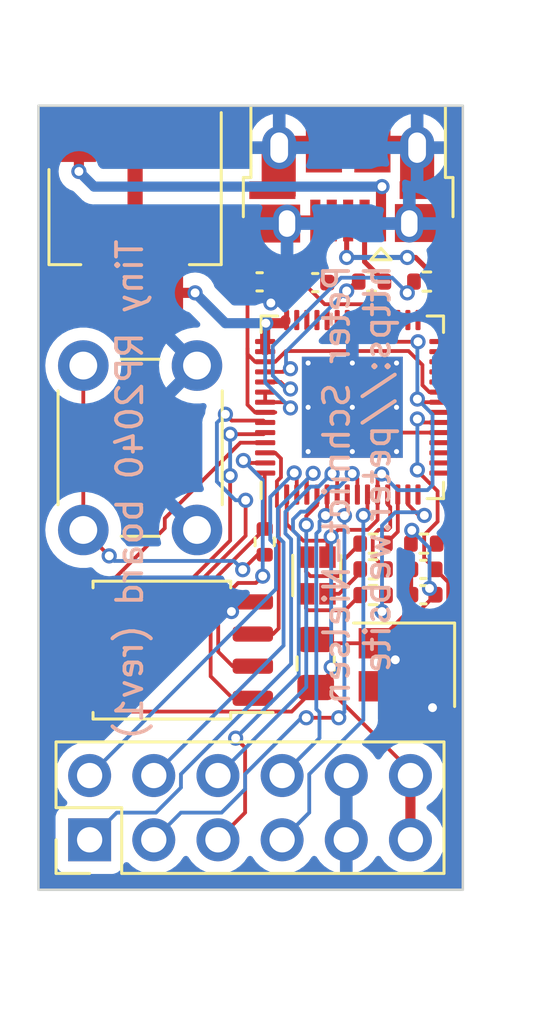
<source format=kicad_pcb>
(kicad_pcb (version 20221018) (generator pcbnew)
  (layers (0 "F.Cu" signal) (31 "B.Cu" signal) (34 "B.Paste" user) (35 "F.Paste" user) (36 "B.SilkS" user "B.Silkscreen") (37 "F.SilkS" user "F.Silkscreen") (38 "B.Mask" user) (39 "F.Mask" user) (44 "Edge.Cuts" user))
  (net 0 "")
  (net 1 "/XIN")
  (net 2 "GND")
  (net 3 "VBUS")
  (net 4 "+3V3")
  (net 5 "+1V1")
  (net 6 "/QSPI_SS")
  (net 7 "/~{USB_BOOT}")
  (net 8 "/XOUT")
  (net 9 "/USB_D+")
  (net 10 "/USB_D-")
  (net 11 "/QSPI_SD1")
  (net 12 "/QSPI_SD2")
  (net 13 "/QSPI_SD0")
  (net 14 "/QSPI_SCLK")
  (net 15 "/QSPI_SD3")
  (net 16 "/GPIO0")
  (net 17 "/GPIO1")
  (net 18 "/GPIO2")
  (net 19 "/GPIO3")
  (net 20 "/GPIO4")
  (net 21 "/GPIO5")
  (net 22 "/GPIO6")
  (net 23 "/GPIO7")
  (net 24 "/GPIO8")
  (net 25 "/GPIO9")
  (net 26 "/GPIO10")
  (net 27 "/GPIO11")
  (net 28 "/GPIO12")
  (net 29 "/GPIO13")
  (net 30 "/GPIO14")
  (net 31 "/GPIO15")
  (net 32 "/SWCLK")
  (net 33 "/SWD")
  (net 34 "/RUN")
  (net 35 "/GPIO16")
  (net 36 "/GPIO17")
  (net 37 "/GPIO18")
  (net 38 "/GPIO19")
  (net 39 "/GPIO20")
  (net 40 "/GPIO21")
  (net 41 "/GPIO22")
  (net 42 "/GPIO23")
  (net 43 "/GPIO24")
  (net 44 "/GPIO25")
  (net 45 "/GPIO26_ADC0")
  (net 46 "/GPIO27_ADC1")
  (net 47 "/GPIO28_ADC2")
  (net 48 "/GPIO29_ADC3")
  (net 50 "Net-(U1-USB_DP)")
  (net 51 "Net-(U1-USB_DM)")
  (net 52 "Net-(C4-Pad1)")
  (net 53 "Net-(D101-RK)")
  (net 54 "Net-(D101-BK)")
  (net 55 "Net-(D101-GK)")
  (footprint "Package_DFN_QFN:QFN-56-1EP_7x7mm_P0.4mm_EP4x4mm_ThermalVias" (layer "F.Cu") (at 44.425 41.325 90)
    (fp_text reference "U1" hide)
    (fp_text value "RP2040")
  )
  (footprint "LED_SMD:LED_LiteOn_LTST-C19HE1WT" (layer "F.Cu") (at 43.015 47.975 180)
    (fp_text reference "D101" hide)
    (fp_text value "LED_RBGA")
  )
  (footprint "Capacitor_SMD:C_0402_1005Metric" (layer "F.Cu") (at 47.237176 48.736464 180)
    (fp_text reference "C4" hide)
    (fp_text value "15p")
  )
  (footprint "Capacitor_SMD:C_0402_1005Metric" (layer "F.Cu") (at 40.755 36.365)
    (fp_text reference "C2" hide)
    (fp_text value "1u")
  )
  (footprint "Button_Switch_THT:SW_PUSH_6mm" (layer "F.Cu") (at 38.275 39.675 -90)
    (fp_text reference "SW1" hide)
    (fp_text value "SW_Omron_B3FS")
  )
  (footprint "Resistor_SMD:R_0402_1005Metric" (layer "F.Cu") (at 47.375 36.355 180)
    (fp_text reference "R3" hide)
    (fp_text value "27")
  )
  (footprint "Capacitor_SMD:C_0402_1005Metric" (layer "F.Cu") (at 47.235463 47.732805 180)
    (fp_text reference "C5" hide)
    (fp_text value "15p")
  )
  (footprint "Resistor_SMD:R_0402_1005Metric" (layer "F.Cu") (at 47.254144 46.714936 180)
    (fp_text reference "R2" hide)
    (fp_text value "1k")
  )
  (footprint "Resistor_SMD:R_0402_1005Metric" (layer "F.Cu") (at 45.247808 47.730411 180)
    (fp_text reference "R5" hide)
    (fp_text value "150")
  )
  (footprint "Connector_USB:USB_Micro-B_Amphenol_10103594-0001LF_Horizontal" (layer "F.Cu") (at 44.235 32.175 180)
    (fp_text reference "J1" hide)
    (fp_text value "USB_B_Micro")
  )
  (footprint "Connector_PinHeader_2.54mm:PinHeader_2x06_P2.54mm_Vertical" (layer "F.Cu") (at 34.025 58.425 90)
    (fp_text reference "J2" hide)
    (fp_text value "Conn_02x06_Odd_Even")
  )
  (footprint "Capacitor_SMD:C_0805_2012Metric" (layer "F.Cu") (at 42.975 51.455 90)
    (fp_text reference "C1" hide)
    (fp_text value "10u")
  )
  (footprint "Package_SO:SOIC-8_5.23x5.23mm_P1.27mm" (layer "F.Cu") (at 36.885 50.925 180)
    (fp_text reference "U3" hide)
    (fp_text value "W25Q128JVS")
  )
  (footprint "Resistor_SMD:R_0402_1005Metric" (layer "F.Cu") (at 45.245 46.715 180)
    (fp_text reference "R6" hide)
    (fp_text value "22")
  )
  (footprint "Resistor_SMD:R_0402_1005Metric" (layer "F.Cu") (at 40.955 46.645 -90)
    (fp_text reference "R1" hide)
    (fp_text value "1k")
  )
  (footprint "Resistor_SMD:R_0402_1005Metric" (layer "F.Cu") (at 45.247808 48.750411 180)
    (fp_text reference "R7" hide)
    (fp_text value "22")
  )
  (footprint "Resistor_SMD:R_0402_1005Metric" (layer "F.Cu") (at 45.185 36.355 180)
    (fp_text reference "R4" hide)
    (fp_text value "27")
  )
  (footprint "Package_TO_SOT_SMD:SOT-223-3_TabPin2" (layer "F.Cu") (at 35.825 33.775 -90)
    (fp_text reference "U2" hide)
    (fp_text value "NCP1117-3.3_SOT223")
  )
  (footprint "Capacitor_SMD:C_0402_1005Metric" (layer "F.Cu") (at 42.955 36.395)
    (fp_text reference "C3" hide)
    (fp_text value "1u")
  )
  (footprint "Crystal:Crystal_SMD_3225-4Pin_3.2x2.5mm" (layer "F.Cu") (at 46.475 51.505 180)
    (fp_text reference "Y1" hide)
    (fp_text value "ABM8-272-T3")
  )
  (gr_rect (start 32 29.4) (end 48.8 60.4) (stroke (width 0.1)) (fill none) (layer "Edge.Cuts"))
  (gr_text "Tiny RP2040 board (rev1)" (at 36.2 34.6 90) (layer "B.SilkS") (effects (font (size 1 1)) (justify left bottom mirror)))
  (gr_text "Peter Schmidt-Nielsen\nhttps://peter.website" (at 46 35.6 90) (layer "B.SilkS") (effects (font (size 1 1)) (justify left bottom mirror)))
  (segment (start 47.136617 41.925) (end 46.99925 41.787633) (width 0.15) (layer "F.Cu") (net 1))
  (segment (start 47.269144 46.377078) (end 47.269144 47.286486) (width 0.15) (layer "F.Cu") (net 1))
  (segment (start 47.575 50.655) (end 48.222176 50.007824) (width 0.15) (layer "F.Cu") (net 1))
  (segment (start 47.8005 45.845722) (end 47.269144 46.377078) (width 0.15) (layer "F.Cu") (net 1))
  (segment (start 47.8005 45.845722) (end 47.8005 44.640794) (width 0.15) (layer "F.Cu") (net 1))
  (segment (start 47 43.840294) (end 47 43.8) (width 0.15) (layer "F.Cu") (net 1))
  (segment (start 48.222176 50.007824) (end 48.222176 48.239518) (width 0.15) (layer "F.Cu") (net 1))
  (segment (start 47.875 41.925) (end 47.136617 41.925) (width 0.15) (layer "F.Cu") (net 1))
  (segment (start 47.8005 44.640794) (end 47 43.840294) (width 0.15) (layer "F.Cu") (net 1))
  (segment (start 47.269144 47.286486) (end 47.715463 47.732805) (width 0.15) (layer "F.Cu") (net 1))
  (segment (start 48.222176 48.239518) (end 47.715463 47.732805) (width 0.15) (layer "F.Cu") (net 1))
  (via (at 47 43.8) (size 0.6) (drill 0.35) (layers "F.Cu" "B.Cu") (net 1))
  (via (at 46.99925 41.787633) (size 0.6) (drill 0.35) (layers "F.Cu" "B.Cu") (net 1))
  (segment (start 47 43.8) (end 47 41.788383) (width 0.15) (layer "B.Cu") (net 1))
  (segment (start 47 41.788383) (end 46.99925 41.787633) (width 0.15) (layer "B.Cu") (net 1))
  (segment (start 38.24 30.11) (end 38.125 30.225) (width 0.4) (layer "F.Cu") (net 2))
  (segment (start 40.485 49.02) (end 40.01997 49.02) (width 0.15) (layer "F.Cu") (net 2))
  (segment (start 46.757176 48.736464) (end 46.757176 47.734518) (width 0.15) (layer "F.Cu") (net 2))
  (segment (start 41.96 33.94) (end 41.84 34.06) (width 0.4) (layer "F.Cu") (net 2))
  (segment (start 45.472555 50.655) (end 46.125951 51.308396) (width 0.15) (layer "F.Cu") (net 2))
  (segment (start 45.375 50.655) (end 43.125 50.655) (width 0.15) (layer "F.Cu") (net 2))
  (segment (start 42.9 35.86) (end 41.74 35.86) (width 0.15) (layer "F.Cu") (net 2))
  (segment (start 45.375 50.655) (end 45.472555 50.655) (width 0.15) (layer "F.Cu") (net 2))
  (segment (start 41.53 31.06) (end 38.56 31.06) (width 0.4) (layer "F.Cu") (net 2))
  (segment (start 43.435 36.395) (end 42.9 35.86) (width 0.15) (layer "F.Cu") (net 2))
  (segment (start 46.757176 48.736464) (end 46.757176 49.272824) (width 0.15) (layer "F.Cu") (net 2))
  (segment (start 43.3 30.79) (end 41.8 30.79) (width 0.4) (layer "F.Cu") (net 2))
  (segment (start 46.757176 49.272824) (end 45.375 50.655) (width 0.15) (layer "F.Cu") (net 2))
  (segment (start 42.96 33.94) (end 41.96 33.94) (width 0.4) (layer "F.Cu") (net 2))
  (segment (start 47.575 53.175) (end 47.6 53.2) (width 0.15) (layer "F.Cu") (net 2))
  (segment (start 38.56 31.06) (end 38.125 30.625) (width 0.4) (layer "F.Cu") (net 2))
  (segment (start 45.425 42.325) (end 44.425 41.325) (width 0.15) (layer "F.Cu") (net 2))
  (segment (start 40.01997 49.02) (end 39.63997 49.4) (width 0.15) (layer "F.Cu") (net 2))
  (segment (start 43.125 50.655) (end 42.975 50.505) (width 0.15) (layer "F.Cu") (net 2))
  (segment (start 46.72 30.79) (end 46.99 31.06) (width 0.4) (layer "F.Cu") (net 2))
  (segment (start 47.875 42.325) (end 45.425 42.325) (width 0.15) (layer "F.Cu") (net 2))
  (segment (start 41.235 36.365) (end 41.235 37.165) (width 0.15) (layer "F.Cu") (net 2))
  (segment (start 47.575 52.355) (end 47.575 53.175) (width 0.15) (layer "F.Cu") (net 2))
  (segment (start 41.74 35.86) (end 41.235 36.365) (width 0.15) (layer "F.Cu") (net 2))
  (segment (start 45.22 30.79) (end 46.72 30.79) (width 0.4) (layer "F.Cu") (net 2))
  (segment (start 46.757176 47.734518) (end 46.755463 47.732805) (width 0.15) (layer "F.Cu") (net 2))
  (segment (start 41.235 37.165) (end 41.2 37.2) (width 0.15) (layer "F.Cu") (net 2))
  (segment (start 41.8 30.79) (end 41.53 31.06) (width 0.4) (layer "F.Cu") (net 2))
  (via (at 46.125951 51.308396) (size 0.6) (drill 0.35) (layers "F.Cu" "B.Cu") (net 2))
  (via (at 41.2 37.2) (size 0.6) (drill 0.35) (layers "F.Cu" "B.Cu") (net 2))
  (via (at 47.6 53.2) (size 0.6) (drill 0.35) (layers "F.Cu" "B.Cu") (net 2))
  (via (at 39.63997 49.4) (size 0.6) (drill 0.35) (layers "F.Cu" "B.Cu") (net 2))
  (segment (start 45.56 32.64) (end 45.6 32.6) (width 0.4) (layer "F.Cu") (net 3))
  (segment (start 33.6 32) (end 33.6 30.3) (width 0.4) (layer "F.Cu") (net 3))
  (segment (start 33.6 30.3) (end 33.525 30.225) (width 0.4) (layer "F.Cu") (net 3))
  (segment (start 45.56 33.94) (end 45.56 32.64) (width 0.4) (layer "F.Cu") (net 3))
  (via (at 33.6 32) (size 0.6) (drill 0.35) (layers "F.Cu" "B.Cu") (net 3))
  (via (at 45.6 32.6) (size 0.6) (drill 0.35) (layers "F.Cu" "B.Cu") (net 3))
  (segment (start 45.6 32.6) (end 34.2 32.6) (width 0.4) (layer "B.Cu") (net 3))
  (segment (start 34.2 32.6) (end 33.6 32) (width 0.4) (layer "B.Cu") (net 3))
  (segment (start 45.58712 43.961125) (end 45.425 44.123245) (width 0.15) (layer "F.Cu") (net 4))
  (segment (start 46.725 55.885) (end 46.725 55.695743) (width 0.15) (layer "F.Cu") (net 4))
  (segment (start 47.025874 38.734187) (end 45.534187 38.734187) (width 0.15) (layer "F.Cu") (net 4))
  (segment (start 41.7 38) (end 41.775 37.925) (width 0.4) (layer "F.Cu") (net 4))
  (segment (start 41.825 44.775) (end 41.825 45.941314) (width 0.15) (layer "F.Cu") (net 4))
  (segment (start 40.975 38.025) (end 41 38) (width 0.4) (layer "F.Cu") (net 4))
  (segment (start 42.475 36.395) (end 41.825 37.045) (width 0.15) (layer "F.Cu") (net 4))
  (segment (start 45.425 44.123245) (end 45.425 44.775) (width 0.15) (layer "F.Cu") (net 4))
  (segment (start 47.125 41.125) (end 47 41) (width 0.15) (layer "F.Cu") (net 4))
  (segment (start 42.975 52.405) (end 42.025 53.355) (width 0.15) (layer "F.Cu") (net 4))
  (segment (start 43.587289 51.792711) (end 42.975 52.405) (width 0.15) (layer "F.Cu") (net 4))
  (segment (start 36.1 36.8) (end 35.825 36.525) (width 0.4) (layer "F.Cu") (net 4))
  (segment (start 41.825 37.045) (end 41.825 37.875) (width 0.15) (layer "F.Cu") (net 4))
  (segment (start 33.81 53.355) (end 33.285 52.83) (width 0.15) (layer "F.Cu") (net 4))
  (segment (start 38.2 36.8) (end 36.1 36.8) (width 0.4) (layer "F.Cu") (net 4))
  (segment (start 43.587289 51.6) (end 43.587289 51.792711) (width 0.15) (layer "F.Cu") (net 4))
  (segment (start 45.534187 38.734187) (end 45.425 38.625) (width 0.15) (layer "F.Cu") (net 4))
  (segment (start 40.975 38.725) (end 40.975 39.075) (width 0.4) (layer "F.Cu") (net 4))
  (segment (start 41 38) (end 41.7 38) (width 0.4) (layer "F.Cu") (net 4))
  (segment (start 41.750995 41.125) (end 40.975 41.125) (width 0.15) (layer "F.Cu") (net 4))
  (segment (start 40.975 41.125) (end 40.975 40.725) (width 0.15) (layer "F.Cu") (net 4))
  (segment (start 43.860689 46.17) (end 43.58774 46.442949) (width 0.15) (layer "F.Cu") (net 4))
  (segment (start 43.434257 52.405) (end 42.975 52.405) (width 0.15) (layer "F.Cu") (net 4))
  (segment (start 45.2 37.25) (end 45.425 37.475) (width 0.15) (layer "F.Cu") (net 4))
  (segment (start 41.825 45.941314) (end 42.483686 46.6) (width 0.15) (layer "F.Cu") (net 4))
  (segment (start 46.725 58.425) (end 46.725 55.885) (width 0.4) (layer "F.Cu") (net 4))
  (segment (start 42.475 36.395) (end 43.33 37.25) (width 0.15) (layer "F.Cu") (net 4))
  (segment (start 47.875 41.125) (end 47.125 41.125) (width 0.15) (layer "F.Cu") (net 4))
  (segment (start 45.032884 46.17) (end 43.860689 46.17) (width 0.15) (layer "F.Cu") (net 4))
  (segment (start 45.425 38.625) (end 45.425 37.875) (width 0.15) (layer "F.Cu") (net 4))
  (segment (start 42.483686 46.6) (end 43.430689 46.6) (width 0.15) (layer "F.Cu") (net 4))
  (segment (start 45.425 37.475) (end 45.425 37.875) (width 0.15) (layer "F.Cu") (net 4))
  (segment (start 43.33 37.25) (end 45.2 37.25) (width 0.15) (layer "F.Cu") (net 4))
  (segment (start 46.725 55.695743) (end 43.434257 52.405) (width 0.15) (layer "F.Cu") (net 4))
  (segment (start 45.032884 46.17) (end 45.425 45.777884) (width 0.15) (layer "F.Cu") (net 4))
  (segment (start 41.775 37.925) (end 41.775 37.875) (width 0.4) (layer "F.Cu") (net 4))
  (segment (start 43.44 46.590689) (end 43.58774 46.442949) (width 0.15) (layer "F.Cu") (net 4))
  (segment (start 35.825 30.225) (end 35.825 36.525) (width 0.6) (layer "F.Cu") (net 4))
  (segment (start 43.430689 46.6) (end 43.58774 46.442949) (width 0.15) (layer "F.Cu") (net 4))
  (segment (start 40.975 38.725) (end 40.975 38.025) (width 0.4) (layer "F.Cu") (net 4))
  (segment (start 43.44 47.25) (end 43.44 46.590689) (width 0.15) (layer "F.Cu") (net 4))
  (segment (start 45.425 45.777884) (end 45.425 44.775) (width 0.15) (layer "F.Cu") (net 4))
  (segment (start 42.025 53.355) (end 33.81 53.355) (width 0.15) (layer "F.Cu") (net 4))
  (segment (start 41.975498 41.349503) (end 41.750995 41.125) (width 0.15) (layer "F.Cu") (net 4))
  (via (at 43.58774 46.442949) (size 0.6) (drill 0.35) (layers "F.Cu" "B.Cu") (net 4))
  (via (at 47.025874 38.734187) (size 0.6) (drill 0.35) (layers "F.Cu" "B.Cu") (net 4))
  (via (at 38.2 36.8) (size 0.6) (drill 0.35) (layers "F.Cu" "B.Cu") (net 4))
  (via (at 47 41) (size 0.6) (drill 0.35) (layers "F.Cu" "B.Cu") (net 4))
  (via (at 41.975498 41.349503) (size 0.6) (drill 0.35) (layers "F.Cu" "B.Cu") (net 4))
  (via (at 45.58712 43.961125) (size 0.6) (drill 0.35) (layers "F.Cu" "B.Cu") (net 4))
  (via (at 41 38) (size 0.6) (drill 0.35) (layers "F.Cu" "B.Cu") (net 4))
  (via (at 43.587289 51.6) (size 0.6) (drill 0.35) (layers "F.Cu" "B.Cu") (net 4))
  (segment (start 41 38) (end 39.4 38) (width 0.4) (layer "B.Cu") (net 4))
  (segment (start 47.6 44.4) (end 47.4 44.6) (width 0.15) (layer "B.Cu") (net 4))
  (segment (start 46.225995 44.6) (end 45.58712 43.961125) (width 0.15) (layer "B.Cu") (net 4))
  (segment (start 43.58774 51.599549) (end 43.587289 51.6) (width 0.15) (layer "B.Cu") (net 4))
  (segment (start 47 41) (end 47.6 41.6) (width 0.15) (layer "B.Cu") (net 4))
  (segment (start 47.4 44.6) (end 46.225995 44.6) (width 0.15) (layer "B.Cu") (net 4))
  (segment (start 40.975 40.349005) (end 40.975 38.025) (width 0.15) (layer "B.Cu") (net 4))
  (segment (start 47 38.760061) (end 47.025874 38.734187) (width 0.15) (layer "B.Cu") (net 4))
  (segment (start 39.4 38) (end 38.2 36.8) (width 0.4) (layer "B.Cu") (net 4))
  (segment (start 47.6 41.6) (end 47.6 44.4) (width 0.15) (layer "B.Cu") (net 4))
  (segment (start 47 41) (end 47 38.760061) (width 0.15) (layer "B.Cu") (net 4))
  (segment (start 40.975 38.025) (end 41 38) (width 0.15) (layer "B.Cu") (net 4))
  (segment (start 43.58774 46.442949) (end 43.58774 51.599549) (width 0.15) (layer "B.Cu") (net 4))
  (segment (start 41.975498 41.349503) (end 40.975 40.349005) (width 0.15) (layer "B.Cu") (net 4))
  (segment (start 40.275 39) (end 40.275 39.225) (width 0.15) (layer "F.Cu") (net 5))
  (segment (start 40.575 41.525) (end 40.275 41.225) (width 0.15) (layer "F.Cu") (net 5))
  (segment (start 40.975 41.525) (end 40.575 41.525) (width 0.15) (layer "F.Cu") (net 5))
  (segment (start 41.8 39.1) (end 46.65 39.1) (width 0.15) (layer "F.Cu") (net 5))
  (segment (start 40.975 41.525) (end 41.375 41.525) (width 0.15) (layer "F.Cu") (net 5))
  (segment (start 40.975 39.525) (end 41.375 39.525) (width 0.15) (layer "F.Cu") (net 5))
  (segment (start 41.375 39.525) (end 41.8 39.1) (width 0.15) (layer "F.Cu") (net 5))
  (segment (start 40.275 41.225) (end 40.275 39) (width 0.15) (layer "F.Cu") (net 5))
  (segment (start 47.2 40.45) (end 47.475 40.725) (width 0.15) (layer "F.Cu") (net 5))
  (segment (start 40.575 39.525) (end 40.975 39.525) (width 0.15) (layer "F.Cu") (net 5))
  (segment (start 46.65 39.1) (end 47.2 39.65) (width 0.15) (layer "F.Cu") (net 5))
  (segment (start 47.2 39.65) (end 47.2 40.45) (width 0.15) (layer "F.Cu") (net 5))
  (segment (start 40.275 36.365) (end 40.275 39) (width 0.15) (layer "F.Cu") (net 5))
  (segment (start 47.475 40.725) (end 47.875 40.725) (width 0.15) (layer "F.Cu") (net 5))
  (segment (start 40.275 39.225) (end 40.575 39.525) (width 0.15) (layer "F.Cu") (net 5))
  (segment (start 39.685001 52.83) (end 38.81547 51.960469) (width 0.15) (layer "F.Cu") (net 6))
  (segment (start 40.485 52.83) (end 39.685001 52.83) (width 0.15) (layer "F.Cu") (net 6))
  (segment (start 40.955 46.135) (end 40.955 43.945) (width 0.15) (layer "F.Cu") (net 6))
  (segment (start 38.81547 48.27453) (end 40.955 46.135) (width 0.15) (layer "F.Cu") (net 6))
  (segment (start 38.81547 51.960469) (end 38.81547 48.27453) (width 0.15) (layer "F.Cu") (net 6))
  (segment (start 40.955 43.945) (end 40.975 43.925) (width 0.15) (layer "F.Cu") (net 6))
  (segment (start 34.8 47.2) (end 33.775 46.175) (width 0.15) (layer "F.Cu") (net 7))
  (segment (start 33.775 46.175) (end 33.775 39.675) (width 0.15) (layer "F.Cu") (net 7))
  (segment (start 40.676757 47.155) (end 40.955 47.155) (width 0.15) (layer "F.Cu") (net 7))
  (segment (start 40.085386 47.746371) (end 40.676757 47.155) (width 0.15) (layer "F.Cu") (net 7))
  (via (at 34.8 47.2) (size 0.6) (drill 0.35) (layers "F.Cu" "B.Cu") (net 7))
  (via (at 40.085386 47.746371) (size 0.6) (drill 0.35) (layers "F.Cu" "B.Cu") (net 7))
  (segment (start 35 47.4) (end 34.8 47.2) (width 0.15) (layer "B.Cu") (net 7))
  (segment (start 39.739015 47.4) (end 35 47.4) (width 0.15) (layer "B.Cu") (net 7))
  (segment (start 40.085386 47.746371) (end 39.739015 47.4) (width 0.15) (layer "B.Cu") (net 7))
  (segment (start 47.764144 46.714936) (end 48.5 45.97908) (width 0.15) (layer "F.Cu") (net 8))
  (segment (start 48.5 45.97908) (end 48.5 41.75) (width 0.15) (layer "F.Cu") (net 8))
  (segment (start 48.5 41.75) (end 48.275 41.525) (width 0.15) (layer "F.Cu") (net 8))
  (segment (start 48.275 41.525) (end 47.875 41.525) (width 0.15) (layer "F.Cu") (net 8))
  (segment (start 46.93 35.4) (end 46.6 35.4) (width 0.2) (layer "F.Cu") (net 9))
  (segment (start 44.2 35.4) (end 44.2 34) (width 0.2) (layer "F.Cu") (net 9))
  (segment (start 47.885 36.355) (end 46.93 35.4) (width 0.2) (layer "F.Cu") (net 9))
  (segment (start 47.885 36.355) (end 47.885 36.085) (width 0.2) (layer "F.Cu") (net 9))
  (segment (start 44.2 34) (end 44.26 33.94) (width 0.2) (layer "F.Cu") (net 9))
  (via (at 44.2 35.4) (size 0.6) (drill 0.35) (layers "F.Cu" "B.Cu") (net 9))
  (via (at 46.6 35.4) (size 0.6) (drill 0.35) (layers "F.Cu" "B.Cu") (net 9))
  (segment (start 46.6 35.4) (end 44.2 35.4) (width 0.2) (layer "B.Cu") (net 9))
  (segment (start 45.695 36.355) (end 44.91 35.57) (width 0.2) (layer "F.Cu") (net 10))
  (segment (start 44.91 35.57) (end 44.91 33.94) (width 0.2) (layer "F.Cu") (net 10))
  (segment (start 40.207744 43.525) (end 40.975 43.525) (width 0.15) (layer "F.Cu") (net 11))
  (segment (start 40.877147 48) (end 40.606647 48.2705) (width 0.15) (layer "F.Cu") (net 11))
  (segment (start 39.11547 50.990469) (end 39.685001 51.56) (width 0.15) (layer "F.Cu") (net 11))
  (segment (start 39.11547 49.055044) (end 39.11547 50.990469) (width 0.15) (layer "F.Cu") (net 11))
  (segment (start 40.606647 48.2705) (end 39.900014 48.2705) (width 0.15) (layer "F.Cu") (net 11))
  (segment (start 39.900014 48.2705) (end 39.11547 49.055044) (width 0.15) (layer "F.Cu") (net 11))
  (segment (start 40.112416 43.429672) (end 40.207744 43.525) (width 0.15) (layer "F.Cu") (net 11))
  (segment (start 39.685001 51.56) (end 40.485 51.56) (width 0.15) (layer "F.Cu") (net 11))
  (via (at 40.112416 43.429672) (size 0.6) (drill 0.35) (layers "F.Cu" "B.Cu") (net 11))
  (via (at 40.877147 48) (size 0.6) (drill 0.35) (layers "F.Cu" "B.Cu") (net 11))
  (segment (start 40.877147 44.194403) (end 40.112416 43.429672) (width 0.15) (layer "B.Cu") (net 11))
  (segment (start 40.877147 48) (end 40.877147 44.194403) (width 0.15) (layer "B.Cu") (net 11))
  (segment (start 41.440294 44.25) (end 41.6 44.090294) (width 0.15) (layer "F.Cu") (net 12))
  (segment (start 41.6 44.090294) (end 41.6 43.35) (width 0.15) (layer "F.Cu") (net 12))
  (segment (start 41.284999 50.29) (end 41.51 50.064999) (width 0.15) (layer "F.Cu") (net 12))
  (segment (start 41.51 50.064999) (end 41.51 45.31) (width 0.15) (layer "F.Cu") (net 12))
  (segment (start 41.440294 45.240294) (end 41.440294 44.25) (width 0.15) (layer "F.Cu") (net 12))
  (segment (start 41.6 43.35) (end 41.375 43.125) (width 0.15) (layer "F.Cu") (net 12))
  (segment (start 40.485 50.29) (end 41.284999 50.29) (width 0.15) (layer "F.Cu") (net 12))
  (segment (start 41.375 43.125) (end 40.975 43.125) (width 0.15) (layer "F.Cu") (net 12))
  (segment (start 41.51 45.31) (end 41.440294 45.240294) (width 0.15) (layer "F.Cu") (net 12))
  (segment (start 37 46.104999) (end 37 45.717588) (width 0.15) (layer "F.Cu") (net 13))
  (segment (start 33.285 49.02) (end 34.084999 49.02) (width 0.15) (layer "F.Cu") (net 13))
  (segment (start 34.084999 49.02) (end 37 46.104999) (width 0.15) (layer "F.Cu") (net 13))
  (segment (start 37 45.717588) (end 39.992588 42.725) (width 0.15) (layer "F.Cu") (net 13))
  (segment (start 39.992588 42.725) (end 40.975 42.725) (width 0.15) (layer "F.Cu") (net 13))
  (segment (start 40.912084 42.387916) (end 40.975 42.325) (width 0.15) (layer "F.Cu") (net 14))
  (segment (start 39.587916 42.387916) (end 40.912084 42.387916) (width 0.15) (layer "F.Cu") (net 14))
  (segment (start 35.892412 50.29) (end 33.285 50.29) (width 0.15) (layer "F.Cu") (net 14))
  (segment (start 39.587416 46.594996) (end 35.892412 50.29) (width 0.15) (layer "F.Cu") (net 14))
  (segment (start 39.587416 44.029122) (end 39.587416 46.594996) (width 0.15) (layer "F.Cu") (net 14))
  (via (at 39.587916 42.387916) (size 0.6) (drill 0.35) (layers "F.Cu" "B.Cu") (net 14))
  (via (at 39.587416 44.029122) (size 0.6) (drill 0.35) (layers "F.Cu" "B.Cu") (net 14))
  (segment (start 39.587416 44.029122) (end 39.587916 44.028622) (width 0.15) (layer "B.Cu") (net 14))
  (segment (start 39.587916 44.028622) (end 39.587916 42.387916) (width 0.15) (layer "B.Cu") (net 14))
  (segment (start 39.4 41.6) (end 39.65 41.85) (width 0.15) (layer "F.Cu") (net 15))
  (segment (start 40.2 45) (end 40.2 46.406676) (width 0.15) (layer "F.Cu") (net 15))
  (segment (start 35.046676 51.56) (end 33.285 51.56) (width 0.15) (layer "F.Cu") (net 15))
  (segment (start 40.2 46.406676) (end 35.046676 51.56) (width 0.15) (layer "F.Cu") (net 15))
  (segment (start 40.9 41.85) (end 40.975 41.925) (width 0.15) (layer "F.Cu") (net 15))
  (segment (start 39.65 41.85) (end 40.9 41.85) (width 0.15) (layer "F.Cu") (net 15))
  (via (at 40.2 45) (size 0.6) (drill 0.35) (layers "F.Cu" "B.Cu") (net 15))
  (via (at 39.4 41.6) (size 0.6) (drill 0.35) (layers "F.Cu" "B.Cu") (net 15))
  (segment (start 39.062916 41.937084) (end 39.4 41.6) (width 0.15) (layer "B.Cu") (net 15))
  (segment (start 39.062916 44.262916) (end 39.062916 41.937084) (width 0.15) (layer "B.Cu") (net 15))
  (segment (start 39.8 45) (end 39.062916 44.262916) (width 0.15) (layer "B.Cu") (net 15))
  (segment (start 40.2 45) (end 39.8 45) (width 0.15) (layer "B.Cu") (net 15))
  (segment (start 42.225 44.020565) (end 42.1245 43.920065) (width 0.15) (layer "F.Cu") (net 16))
  (segment (start 42.225 44.775) (end 42.225 44.020565) (width 0.15) (layer "F.Cu") (net 16))
  (via (at 42.1245 43.920065) (size 0.6) (drill 0.35) (layers "F.Cu" "B.Cu") (net 16))
  (segment (start 42.1245 43.920065) (end 41.176647 44.867918) (width 0.15) (layer "B.Cu") (net 16))
  (segment (start 41.401647 46.790753) (end 41.401647 48.508353) (width 0.15) (layer "B.Cu") (net 16))
  (segment (start 41.401647 48.508353) (end 34.025 55.885) (width 0.15) (layer "B.Cu") (net 16))
  (segment (start 41.176647 44.867918) (end 41.176647 46.565753) (width 0.15) (layer "B.Cu") (net 16))
  (segment (start 41.176647 46.565753) (end 41.401647 46.790753) (width 0.15) (layer "B.Cu") (net 16))
  (segment (start 42.625 44.184959) (end 42.873831 43.936128) (width 0.15) (layer "F.Cu") (net 17))
  (segment (start 42.625 44.775) (end 42.625 44.184959) (width 0.15) (layer "F.Cu") (net 17))
  (via (at 42.873831 43.936128) (size 0.6) (drill 0.35) (layers "F.Cu" "B.Cu") (net 17))
  (segment (start 41.476647 46.441489) (end 41.701647 46.666489) (width 0.15) (layer "B.Cu") (net 17))
  (segment (start 41.476647 45.333312) (end 41.476647 46.441489) (width 0.15) (layer "B.Cu") (net 17))
  (segment (start 41.701647 50.748353) (end 36.565 55.885) (width 0.15) (layer "B.Cu") (net 17))
  (segment (start 42.873831 43.936128) (end 41.476647 45.333312) (width 0.15) (layer "B.Cu") (net 17))
  (segment (start 41.701647 46.666489) (end 41.701647 50.748353) (width 0.15) (layer "B.Cu") (net 17))
  (segment (start 42.601647 45.975498) (end 42.601647 45.623793) (width 0.15) (layer "F.Cu") (net 18))
  (segment (start 42.601647 45.623793) (end 43.025 45.20044) (width 0.15) (layer "F.Cu") (net 18))
  (segment (start 43.025 45.20044) (end 43.025 44.775) (width 0.15) (layer "F.Cu") (net 18))
  (via (at 42.601647 45.975498) (size 0.6) (drill 0.35) (layers "F.Cu" "B.Cu") (net 18))
  (segment (start 42.601647 52.388353) (end 39.105 55.885) (width 0.15) (layer "B.Cu") (net 18))
  (segment (start 42.601647 45.975498) (end 42.601647 52.388353) (width 0.15) (layer "B.Cu") (net 18))
  (segment (start 43.425 44.775) (end 43.425 45.542903) (width 0.15) (layer "F.Cu") (net 19))
  (segment (start 43.425 45.542903) (end 43.362294 45.605609) (width 0.15) (layer "F.Cu") (net 19))
  (via (at 43.362294 45.605609) (size 0.6) (drill 0.35) (layers "F.Cu" "B.Cu") (net 19))
  (segment (start 43.125 54.405) (end 41.645 55.885) (width 0.15) (layer "B.Cu") (net 19))
  (segment (start 43.126647 45.841256) (end 43.126647 46.192961) (width 0.15) (layer "B.Cu") (net 19))
  (segment (start 43 46.319608) (end 43 53.257537) (width 0.15) (layer "B.Cu") (net 19))
  (segment (start 43.126647 46.192961) (end 43 46.319608) (width 0.15) (layer "B.Cu") (net 19))
  (segment (start 43 53.257537) (end 43.125 53.382537) (width 0.15) (layer "B.Cu") (net 19))
  (segment (start 43.125 53.382537) (end 43.125 54.405) (width 0.15) (layer "B.Cu") (net 19))
  (segment (start 43.362294 45.605609) (end 43.126647 45.841256) (width 0.15) (layer "B.Cu") (net 19))
  (segment (start 43.825 44.775) (end 43.825 44.148011) (width 0.15) (layer "F.Cu") (net 20))
  (segment (start 43.825 44.148011) (end 43.623265 43.946276) (width 0.15) (layer "F.Cu") (net 20))
  (via (at 43.623265 43.946276) (size 0.6) (drill 0.35) (layers "F.Cu" "B.Cu") (net 20))
  (segment (start 42.773095 44.461128) (end 41.776647 45.457576) (width 0.15) (layer "B.Cu") (net 20))
  (segment (start 36.65 57.35) (end 35.1 57.35) (width 0.15) (layer "B.Cu") (net 20))
  (segment (start 42.001647 51.468073) (end 37.64 55.82972) (width 0.15) (layer "B.Cu") (net 20))
  (segment (start 41.776647 46.317225) (end 42.001647 46.542225) (width 0.15) (layer "B.Cu") (net 20))
  (segment (start 43.398831 43.946276) (end 43.398831 44.153591) (width 0.15) (layer "B.Cu") (net 20))
  (segment (start 37.64 56.36) (end 36.65 57.35) (width 0.15) (layer "B.Cu") (net 20))
  (segment (start 37.64 55.82972) (end 37.64 56.36) (width 0.15) (layer "B.Cu") (net 20))
  (segment (start 41.776647 45.457576) (end 41.776647 46.317225) (width 0.15) (layer "B.Cu") (net 20))
  (segment (start 43.091294 44.461128) (end 42.773095 44.461128) (width 0.15) (layer "B.Cu") (net 20))
  (segment (start 42.001647 46.542225) (end 42.001647 51.468073) (width 0.15) (layer "B.Cu") (net 20))
  (segment (start 35.1 57.35) (end 34.025 58.425) (width 0.15) (layer "B.Cu") (net 20))
  (segment (start 43.623265 43.946276) (end 43.398831 43.946276) (width 0.15) (layer "B.Cu") (net 20))
  (segment (start 43.398831 44.153591) (end 43.091294 44.461128) (width 0.15) (layer "B.Cu") (net 20))
  (segment (start 43.886794 53.6) (end 42.6 53.6) (width 0.15) (layer "F.Cu") (net 21))
  (segment (start 44.225 44.775) (end 44.225 45.495842) (width 0.15) (layer "F.Cu") (net 21))
  (segment (start 44.225 45.495842) (end 44.111789 45.609053) (width 0.15) (layer "F.Cu") (net 21))
  (via (at 42.6 53.6) (size 0.6) (drill 0.35) (layers "F.Cu" "B.Cu") (net 21))
  (via (at 43.886794 53.6) (size 0.6) (drill 0.35) (layers "F.Cu" "B.Cu") (net 21))
  (via (at 44.111789 45.609053) (size 0.6) (drill 0.35) (layers "F.Cu" "B.Cu") (net 21))
  (segment (start 44.111789 45.609053) (end 44.111789 53.375005) (width 0.15) (layer "B.Cu") (net 21))
  (segment (start 40.18 55.82972) (end 40.18 56.42) (width 0.15) (layer "B.Cu") (net 21))
  (segment (start 37.64 57.35) (end 36.565 58.425) (width 0.15) (layer "B.Cu") (net 21))
  (segment (start 40.18 56.42) (end 39.25 57.35) (width 0.15) (layer "B.Cu") (net 21))
  (segment (start 42.40972 53.6) (end 40.18 55.82972) (width 0.15) (layer "B.Cu") (net 21))
  (segment (start 39.25 57.35) (end 37.64 57.35) (width 0.15) (layer "B.Cu") (net 21))
  (segment (start 42.6 53.6) (end 42.40972 53.6) (width 0.15) (layer "B.Cu") (net 21))
  (segment (start 44.111789 53.375005) (end 43.886794 53.6) (width 0.15) (layer "B.Cu") (net 21))
  (segment (start 44.625 44.151377) (end 44.419853 43.94623) (width 0.15) (layer "F.Cu") (net 22))
  (segment (start 40.18 57.35) (end 39.105 58.425) (width 0.15) (layer "F.Cu") (net 22))
  (segment (start 44.625 44.775) (end 44.625 44.151377) (width 0.15) (layer "F.Cu") (net 22))
  (segment (start 40.18 54.78) (end 40.18 57.35) (width 0.15) (layer "F.Cu") (net 22))
  (segment (start 39.805738 54.405738) (end 40.18 54.78) (width 0.15) (layer "F.Cu") (net 22))
  (via (at 44.419853 43.94623) (size 0.6) (drill 0.35) (layers "F.Cu" "B.Cu") (net 22))
  (via (at 39.805738 54.405738) (size 0.6) (drill 0.35) (layers "F.Cu" "B.Cu") (net 22))
  (segment (start 44.419853 43.94623) (end 43.894807 44.471276) (width 0.15) (layer "B.Cu") (net 22))
  (segment (start 42.301647 46.417961) (end 42.301647 51.909829) (width 0.15) (layer "B.Cu") (net 22))
  (segment (start 42.076647 46.192961) (end 42.301647 46.417961) (width 0.15) (layer "B.Cu") (net 22))
  (segment (start 43.894807 44.471276) (end 43.579222 44.471276) (width 0.15) (layer "B.Cu") (net 22))
  (segment (start 42.301647 51.909829) (end 39.805738 54.405738) (width 0.15) (layer "B.Cu") (net 22))
  (segment (start 42.384184 45.450498) (end 42.076647 45.758035) (width 0.15) (layer "B.Cu") (net 22))
  (segment (start 42.076647 45.758035) (end 42.076647 46.192961) (width 0.15) (layer "B.Cu") (net 22))
  (segment (start 43.579222 44.471276) (end 42.6 45.450498) (width 0.15) (layer "B.Cu") (net 22))
  (segment (start 42.6 45.450498) (end 42.384184 45.450498) (width 0.15) (layer "B.Cu") (net 22))
  (segment (start 45.025 44.775) (end 45.025 45.435421) (width 0.15) (layer "F.Cu") (net 23))
  (segment (start 45.025 45.435421) (end 44.861227 45.599194) (width 0.15) (layer "F.Cu") (net 23))
  (via (at 44.861227 45.599194) (size 0.6) (drill 0.35) (layers "F.Cu" "B.Cu") (net 23))
  (segment (start 44.861227 45.599194) (end 44.861227 53.688493) (width 0.15) (layer "B.Cu") (net 23))
  (segment (start 42.72 55.82972) (end 42.72 57.35) (width 0.15) (layer "B.Cu") (net 23))
  (segment (start 44.861227 53.688493) (end 42.72 55.82972) (width 0.15) (layer "B.Cu") (net 23))
  (segment (start 42.72 57.35) (end 41.645 58.425) (width 0.15) (layer "B.Cu") (net 23))
  (segment (start 45.83 46.17) (end 45.467142 46.17) (width 0.15) (layer "F.Cu") (net 24))
  (segment (start 45.232808 46.404334) (end 45.232808 47.205411) (width 0.15) (layer "F.Cu") (net 24))
  (segment (start 45.925 46.075) (end 45.83 46.17) (width 0.15) (layer "F.Cu") (net 24))
  (segment (start 45.232808 47.205411) (end 45.757808 47.730411) (width 0.15) (layer "F.Cu") (net 24))
  (segment (start 45.467142 46.17) (end 45.232808 46.404334) (width 0.15) (layer "F.Cu") (net 24))
  (segment (start 45.825 45.165294) (end 45.925 45.265294) (width 0.15) (layer "F.Cu") (net 24))
  (segment (start 45.825 44.775) (end 45.825 45.165294) (width 0.15) (layer "F.Cu") (net 24))
  (segment (start 45.925 45.265294) (end 45.925 46.075) (width 0.15) (layer "F.Cu") (net 24))
  (segment (start 46.225 46.245) (end 45.755 46.715) (width 0.15) (layer "F.Cu") (net 25))
  (segment (start 46.225 44.775) (end 46.225 46.245) (width 0.15) (layer "F.Cu") (net 25))
  (segment (start 45.6 48.908219) (end 45.757808 48.750411) (width 0.15) (layer "F.Cu") (net 26))
  (segment (start 47.059706 45.6) (end 46.625 45.165294) (width 0.15) (layer "F.Cu") (net 26))
  (segment (start 45.6 49.4) (end 45.6 48.908219) (width 0.15) (layer "F.Cu") (net 26))
  (segment (start 47.2755 45.6) (end 47.059706 45.6) (width 0.15) (layer "F.Cu") (net 26))
  (segment (start 46.625 45.165294) (end 46.625 44.775) (width 0.15) (layer "F.Cu") (net 26))
  (via (at 47.2755 45.6) (size 0.6) (drill 0.35) (layers "F.Cu" "B.Cu") (net 26))
  (via (at 45.6 49.4) (size 0.6) (drill 0.35) (layers "F.Cu" "B.Cu") (net 26))
  (segment (start 46.125 45.475) (end 45.6 46) (width 0.15) (layer "B.Cu") (net 26))
  (segment (start 47.1505 45.475) (end 46.125 45.475) (width 0.15) (layer "B.Cu") (net 26))
  (segment (start 45.6 46) (end 45.6 49.4) (width 0.15) (layer "B.Cu") (net 26))
  (segment (start 47.2755 45.6) (end 47.1505 45.475) (width 0.15) (layer "B.Cu") (net 26))
  (segment (start 41.808452 40.549455) (end 41.583997 40.325) (width 0.15) (layer "F.Cu") (net 50))
  (segment (start 46.865 36.535) (end 46.6 36.8) (width 0.15) (layer "F.Cu") (net 50))
  (segment (start 41.583997 40.325) (end 40.975 40.325) (width 0.15) (layer "F.Cu") (net 50))
  (segment (start 46.865 36.355) (end 46.865 36.535) (width 0.15) (layer "F.Cu") (net 50))
  (via (at 46.6 36.8) (size 0.6) (drill 0.35) (layers "F.Cu" "B.Cu") (net 50))
  (via (at 41.975498 40.6) (size 0.6) (drill 0.35) (layers "F.Cu" "B.Cu") (net 50))
  (segment (start 43.982537 36.2005) (end 41.275 38.908037) (width 0.15) (layer "B.Cu") (net 50))
  (segment (start 46.6 36.8) (end 46.0005 36.2005) (width 0.15) (layer "B.Cu") (net 50))
  (segment (start 41.275 38.908037) (end 41.275 40.075) (width 0.15) (layer "B.Cu") (net 50))
  (segment (start 41.275 40.075) (end 41.749455 40.549455) (width 0.15) (layer "B.Cu") (net 50))
  (segment (start 46.0005 36.2005) (end 43.982537 36.2005) (width 0.15) (layer "B.Cu") (net 50))
  (segment (start 41.749455 40.549455) (end 41.808452 40.549455) (width 0.15) (layer "B.Cu") (net 50))
  (segment (start 44.5705 36.355) (end 44.2 36.7255) (width 0.15) (layer "F.Cu") (net 51))
  (segment (start 41.675 39.925) (end 40.975 39.925) (width 0.15) (layer "F.Cu") (net 51))
  (segment (start 41.8 39.8) (end 41.675 39.925) (width 0.15) (layer "F.Cu") (net 51))
  (segment (start 44.675 36.355) (end 44.5705 36.355) (width 0.15) (layer "F.Cu") (net 51))
  (via (at 41.975498 39.8) (size 0.6) (drill 0.35) (layers "F.Cu" "B.Cu") (net 51))
  (via (at 44.2 36.7255) (size 0.6) (drill 0.35) (layers "F.Cu" "B.Cu") (net 51))
  (segment (start 41.8 39.1255) (end 41.8 39.8) (width 0.15) (layer "B.Cu") (net 51))
  (segment (start 44.2 36.7255) (end 41.8 39.1255) (width 0.15) (layer "B.Cu") (net 51))
  (segment (start 46.65 51.95) (end 46.65 49.80364) (width 0.15) (layer "F.Cu") (net 52))
  (segment (start 46.245 52.355) (end 46.65 51.95) (width 0.15) (layer "F.Cu") (net 52))
  (segment (start 46.744144 46.225041) (end 46.744144 46.714936) (width 0.15) (layer "F.Cu") (net 52))
  (segment (start 47.717176 48.736464) (end 47.717176 48.721072) (width 0.15) (layer "F.Cu") (net 52))
  (segment (start 46.779114 46.190071) (end 46.744144 46.225041) (width 0.15) (layer "F.Cu") (net 52))
  (segment (start 46.65 49.80364) (end 47.717176 48.736464) (width 0.15) (layer "F.Cu") (net 52))
  (segment (start 47.717176 48.721072) (end 47.481135 48.485031) (width 0.15) (layer "F.Cu") (net 52))
  (segment (start 45.375 52.355) (end 46.245 52.355) (width 0.15) (layer "F.Cu") (net 52))
  (via (at 46.779114 46.190071) (size 0.6) (drill 0.35) (layers "F.Cu" "B.Cu") (net 52))
  (via (at 47.481135 48.485031) (size 0.6) (drill 0.35) (layers "F.Cu" "B.Cu") (net 52))
  (segment (start 46.779114 46.190071) (end 47.481135 46.892092) (width 0.15) (layer "B.Cu") (net 52))
  (segment (start 47.481135 46.892092) (end 47.481135 48.485031) (width 0.15) (layer "B.Cu") (net 52))
  (segment (start 44.737808 47.730411) (end 44.737808 47.862192) (width 0.15) (layer "F.Cu") (net 53))
  (segment (start 44.737808 47.862192) (end 43.9 48.7) (width 0.15) (layer "F.Cu") (net 53))
  (segment (start 43.9 48.7) (end 43.44 48.7) (width 0.15) (layer "F.Cu") (net 53))
  (segment (start 42.59 49.275) (end 42.59 48.7) (width 0.15) (layer "F.Cu") (net 54))
  (segment (start 42.665 49.35) (end 42.59 49.275) (width 0.15) (layer "F.Cu") (net 54))
  (segment (start 44.138219 49.35) (end 42.665 49.35) (width 0.15) (layer "F.Cu") (net 54))
  (segment (start 44.737808 48.750411) (end 44.138219 49.35) (width 0.15) (layer "F.Cu") (net 54))
  (segment (start 43.99 47.9) (end 43.89 48) (width 0.15) (layer "F.Cu") (net 55))
  (segment (start 43.89 48) (end 42.765 48) (width 0.15) (layer "F.Cu") (net 55))
  (segment (start 44.735 46.715) (end 44.62 46.6) (width 0.15) (layer "F.Cu") (net 55))
  (segment (start 42.765 48) (end 42.59 47.825) (width 0.15) (layer "F.Cu") (net 55))
  (segment (start 43.99 47.46) (end 43.99 47.9) (width 0.15) (layer "F.Cu") (net 55))
  (segment (start 42.59 47.825) (end 42.59 47.25) (width 0.15) (layer "F.Cu") (net 55))
  (segment (start 44.735 46.715) (end 43.99 47.46) (width 0.15) (layer "F.Cu") (net 55))
  (zone (net 2) (net_name "GND") (layer "B.Cu") (connect_pads (clearance 0.5)) (min_thickness 0.25) (fill yes (thermal_gap 0.5) (thermal_bridge_width 0.5))
    (polygon (pts (xy 48.8 29) (xy 32 29) (xy 32 60.4) (xy 48.8 60.4)))
  )
)
</source>
